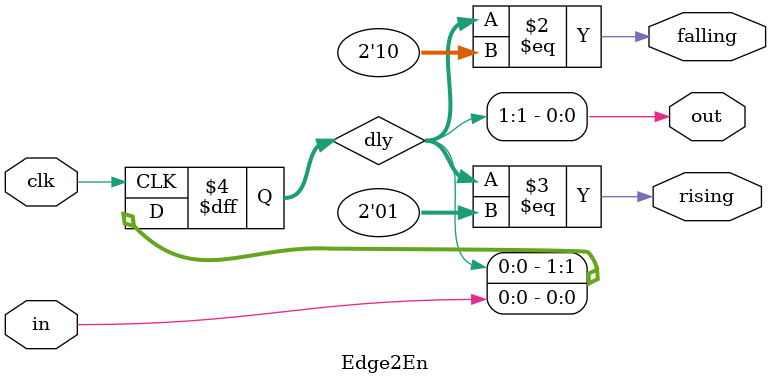
<source format=sv>
`ifndef __EDGE2EN_SV__
`define __EDGE2EN_SV__

module Edge2En #(
    parameter int SYNC_STG = 1
) (
  input  logic clk,
  input  logic in,
  output logic rising,
  output logic falling,
  output logic out
);

  logic [SYNC_STG : 0] dly;
  generate
    if (SYNC_STG == 0) begin : g_reg
      always_ff @(posedge clk) begin
        dly <= in;
      end
      assign falling = {dly, in} == 2'b10;
      assign rising = {dly, in} == 2'b01;

    end else begin : g_chain
      always_ff @(posedge clk) begin
        dly <= {dly[SYNC_STG-1 : 0], in};
      end
      assign falling = dly[SYNC_STG-:2] == 2'b10;
      assign rising = dly[SYNC_STG-:2] == 2'b01;

    end
  endgenerate

  assign out = dly[SYNC_STG];

endmodule

`endif

</source>
